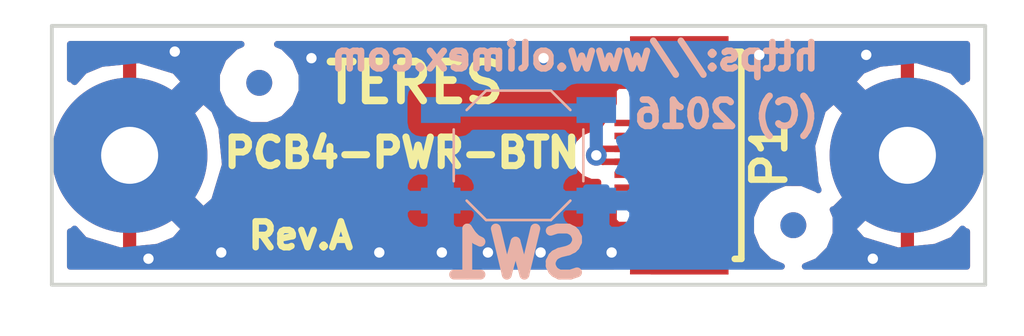
<source format=kicad_pcb>
(kicad_pcb (version 20160815) (host pcbnew 4.1.0-alpha+201608171232+7063~46~ubuntu14.04.1-product)

  (general
    (links 13)
    (no_connects 0)
    (area 89.924999 69.924999 126.075001 80.075001)
    (thickness 1.6)
    (drawings 9)
    (tracks 57)
    (zones 0)
    (modules 8)
    (nets 3)
  )

  (page A4)
  (layers
    (0 F.Cu signal)
    (31 B.Cu signal)
    (32 B.Adhes user)
    (33 F.Adhes user hide)
    (34 B.Paste user hide)
    (35 F.Paste user)
    (36 B.SilkS user hide)
    (37 F.SilkS user)
    (38 B.Mask user)
    (39 F.Mask user)
    (40 Dwgs.User user)
    (41 Cmts.User user)
    (42 Eco1.User user)
    (43 Eco2.User user)
    (44 Edge.Cuts user)
    (45 Margin user)
    (46 B.CrtYd user)
    (47 F.CrtYd user)
    (48 B.Fab user hide)
    (49 F.Fab user hide)
  )

  (setup
    (last_trace_width 0.508)
    (trace_clearance 0.2)
    (zone_clearance 0.508)
    (zone_45_only no)
    (trace_min 0.2)
    (segment_width 0.2)
    (edge_width 0.15)
    (via_size 0.8)
    (via_drill 0.4)
    (via_min_size 0.4)
    (via_min_drill 0.3)
    (uvia_size 0.3)
    (uvia_drill 0.1)
    (uvias_allowed no)
    (uvia_min_size 0)
    (uvia_min_drill 0)
    (pcb_text_width 0.3)
    (pcb_text_size 1.5 1.5)
    (mod_edge_width 0.15)
    (mod_text_size 1 1)
    (mod_text_width 0.15)
    (pad_size 6 6)
    (pad_drill 2.2)
    (pad_to_mask_clearance 0.2)
    (pad_to_paste_clearance -0.01)
    (aux_axis_origin 90 80)
    (visible_elements FFFFFF7F)
    (pcbplotparams
      (layerselection 0x0000c_7ffffffe)
      (usegerberextensions false)
      (excludeedgelayer false)
      (linewidth 0.600000)
      (plotframeref false)
      (viasonmask false)
      (mode 1)
      (useauxorigin false)
      (hpglpennumber 1)
      (hpglpenspeed 20)
      (hpglpendiameter 15)
      (psnegative false)
      (psa4output false)
      (plotreference true)
      (plotvalue false)
      (plotinvisibletext false)
      (padsonsilk false)
      (subtractmaskfromsilk false)
      (outputformat 1)
      (mirror false)
      (drillshape 0)
      (scaleselection 1)
      (outputdirectory ""))
  )

  (net 0 "")
  (net 1 GND)
  (net 2 "Net-(P1-Pad3)")

  (net_class Default "This is the default net class."
    (clearance 0.2)
    (trace_width 0.508)
    (via_dia 0.8)
    (via_drill 0.4)
    (uvia_dia 0.3)
    (uvia_drill 0.1)
    (diff_pair_gap 0.25)
    (diff_pair_width 0.2)
    (add_net GND)
    (add_net "Net-(P1-Pad3)")
  )

  (module OLIMEX_Buttons-FP:tacktil_5x5_teres (layer B.Cu) (tedit 57C541F5) (tstamp 576144DD)
    (at 108 75)
    (path /5761D58F)
    (fp_text reference SW1 (at -0.1135 3.8035) (layer B.SilkS)
      (effects (font (size 1.778 1.778) (thickness 0.381)) (justify mirror))
    )
    (fp_text value SW_PUSH (at 0 -3.5) (layer B.Fab)
      (effects (font (size 1 1) (thickness 0.15)) (justify mirror))
    )
    (fp_line (start 1.25 2.5) (end 2 1.75) (layer B.SilkS) (width 0.1))
    (fp_line (start 2.5 0) (end 2.5 -1) (layer B.SilkS) (width 0.1))
    (fp_line (start 1.25 -2.5) (end 2 -1.75) (layer B.SilkS) (width 0.1))
    (fp_line (start -1.25 -2.5) (end 1.25 -2.5) (layer B.SilkS) (width 0.1))
    (fp_line (start -1.25 -2.5) (end -2 -1.75) (layer B.SilkS) (width 0.1))
    (fp_line (start -2.5 1) (end -2.5 -1) (layer B.SilkS) (width 0.1))
    (fp_line (start -1.25 2.5) (end -2 1.75) (layer B.SilkS) (width 0.1))
    (fp_line (start 1.25 2.5) (end -1.25 2.5) (layer B.SilkS) (width 0.1))
    (fp_line (start 2.5 0) (end 2.5 1) (layer B.SilkS) (width 0.1))
    (pad 1 smd rect (at -3 1.75) (size 1.524 1) (layers B.Cu B.Paste B.Mask)
      (net 1 GND))
    (pad 2 smd rect (at -3 -1.75) (size 1.524 1) (layers B.Cu B.Paste B.Mask)
      (net 2 "Net-(P1-Pad3)"))
    (pad 2 smd rect (at 3 -1.75) (size 1.524 1) (layers B.Cu B.Paste B.Mask)
      (net 2 "Net-(P1-Pad3)"))
    (pad 1 smd rect (at 3 1.75) (size 1.524 1) (layers B.Cu B.Paste B.Mask)
      (net 1 GND))
  )

  (module OLIMEX_Other-FP:Fiducial1x3_transp (layer B.Cu) (tedit 5540CDCA) (tstamp 57B70144)
    (at 98 72.2)
    (attr virtual)
    (fp_text reference "" (at 0 -3) (layer B.SilkS)
      (effects (font (size 1 1) (thickness 0.15)) (justify mirror))
    )
    (fp_text value "" (at 0 3) (layer B.Fab)
      (effects (font (size 1 1) (thickness 0.15)) (justify mirror))
    )
    (fp_circle (center 0 0) (end 1.5 0) (layer Dwgs.User) (width 0.254))
    (pad Fid1 connect circle (at 0 0) (size 1 1) (layers B.Cu B.Mask)
      (solder_mask_margin 0.127) (clearance 1.016) (zone_connect 0))
  )

  (module OLIMEX_Other-FP:Fiducial1x3_transp (layer B.Cu) (tedit 5540CDCA) (tstamp 57B7014A)
    (at 118.6 77.7)
    (attr virtual)
    (fp_text reference "" (at 0 -3) (layer B.SilkS)
      (effects (font (size 1 1) (thickness 0.15)) (justify mirror))
    )
    (fp_text value "" (at 0 3) (layer B.Fab)
      (effects (font (size 1 1) (thickness 0.15)) (justify mirror))
    )
    (fp_circle (center 0 0) (end 1.5 0) (layer Dwgs.User) (width 0.254))
    (pad Fid1 connect circle (at 0 0) (size 1 1) (layers B.Cu B.Mask)
      (solder_mask_margin 0.127) (clearance 1.016) (zone_connect 0))
  )

  (module OLIMEX_Other-FP:Fiducial1x3_transp (layer F.Cu) (tedit 5540CDCA) (tstamp 57B70154)
    (at 118.6 77.7)
    (attr virtual)
    (fp_text reference "" (at 0 3) (layer F.SilkS)
      (effects (font (size 1 1) (thickness 0.15)))
    )
    (fp_text value "" (at 0 -3) (layer F.Fab)
      (effects (font (size 1 1) (thickness 0.15)))
    )
    (fp_circle (center 0 0) (end 1.5 0) (layer Dwgs.User) (width 0.254))
    (pad Fid1 connect circle (at 0 0) (size 1 1) (layers F.Cu F.Mask)
      (solder_mask_margin 0.127) (clearance 1.016) (zone_connect 0))
  )

  (module OLIMEX_Other-FP:Fiducial1x3_transp (layer F.Cu) (tedit 5540CDCA) (tstamp 57B7015A)
    (at 98 72.2)
    (attr virtual)
    (fp_text reference "" (at 0 3) (layer F.SilkS)
      (effects (font (size 1 1) (thickness 0.15)))
    )
    (fp_text value "" (at 0 -3) (layer F.Fab)
      (effects (font (size 1 1) (thickness 0.15)))
    )
    (fp_circle (center 0 0) (end 1.5 0) (layer Dwgs.User) (width 0.254))
    (pad Fid1 connect circle (at 0 0) (size 1 1) (layers F.Cu F.Mask)
      (solder_mask_margin 0.127) (clearance 1.016) (zone_connect 0))
  )

  (module OLIMEX_Other-FP:Mounting_hole_2.5mm (layer F.Cu) (tedit 57BADC9C) (tstamp 576145D2)
    (at 123 75)
    (attr virtual)
    (fp_text reference MountingHole (at 0.05 -3.7) (layer F.Fab) hide
      (effects (font (size 0.8 0.8) (thickness 0.2)))
    )
    (fp_text value Mounting_hole_2.5mm (at 0.45 3.45) (layer F.Fab) hide
      (effects (font (size 0.5 0.5) (thickness 0.125)))
    )
    (pad "" thru_hole circle (at 0 0) (size 6 6) (drill 2.2) (layers *.Cu *.Mask)
      (net 1 GND) (clearance 1.55))
  )

  (module OLIMEX_Other-FP:Mounting_hole_2.5mm (layer F.Cu) (tedit 57BADC91) (tstamp 57614581)
    (at 93 75)
    (attr virtual)
    (fp_text reference MountingHole (at 0.05 -3.7) (layer F.Fab) hide
      (effects (font (size 0.8 0.8) (thickness 0.2)))
    )
    (fp_text value Mounting_hole_2.5mm (at 0.45 3.45) (layer F.Fab) hide
      (effects (font (size 0.5 0.5) (thickness 0.125)))
    )
    (pad "" thru_hole circle (at 0 0) (size 6 6) (drill 2.2) (layers *.Cu *.Mask)
      (net 1 GND) (clearance 1.55))
  )

  (module OLIMEX_Connectors-FP:FLEXCON-0.5-6 (layer F.Cu) (tedit 57C53E0D) (tstamp 576144D5)
    (at 114.5 75 90)
    (path /57C54AB3)
    (fp_text reference P1 (at 0 3.175 270) (layer F.SilkS)
      (effects (font (size 1.27 1.27) (thickness 0.254)))
    )
    (fp_text value CONN_01X06 (at 0 -3.81 90) (layer F.Fab)
      (effects (font (size 1 1) (thickness 0.15)))
    )
    (fp_line (start -4.0005 2.0955) (end -4.0005 1.8415) (layer F.SilkS) (width 0.254))
    (fp_line (start 4.0005 2.0955) (end 4.0005 1.8415) (layer F.SilkS) (width 0.254))
    (fp_line (start -4.0005 2.0955) (end 4.0005 2.0955) (layer F.SilkS) (width 0.254))
    (fp_line (start -4 -2.3) (end -4 2.1) (layer F.Fab) (width 0.254))
    (fp_line (start 4 -2.3) (end -4 -2.3) (layer F.Fab) (width 0.254))
    (fp_line (start 4 2.1) (end 4 -2.3) (layer F.Fab) (width 0.254))
    (fp_line (start -4 2.1) (end 4 2.1) (layer F.Fab) (width 0.254))
    (pad 0 smd rect (at 3.4 0.1 90) (size 2.4 3) (layers F.Cu F.Paste F.Mask)
      (net 1 GND) (solder_mask_margin -0.01) (solder_paste_margin -0.01))
    (pad 1 smd rect (at -1.25 -2.15 90) (size 0.25 1.3) (layers F.Cu F.Paste F.Mask)
      (net 1 GND) (solder_mask_margin 0.0508) (solder_paste_margin -0.01))
    (pad 2 smd rect (at -0.75 -2.15 90) (size 0.25 1.3) (layers F.Cu F.Paste F.Mask)
      (net 1 GND) (solder_mask_margin 0.0508) (solder_paste_margin -0.01))
    (pad 3 smd rect (at -0.25 -2.15 90) (size 0.25 1.3) (layers F.Cu F.Paste F.Mask)
      (net 2 "Net-(P1-Pad3)") (solder_mask_margin 0.0508) (solder_paste_margin -0.01))
    (pad 4 smd rect (at 0.25 -2.15 90) (size 0.25 1.3) (layers F.Cu F.Paste F.Mask)
      (net 2 "Net-(P1-Pad3)") (solder_mask_margin 0.0508) (solder_paste_margin -0.01))
    (pad 5 smd rect (at 0.75 -2.15 90) (size 0.25 1.3) (layers F.Cu F.Paste F.Mask)
      (solder_mask_margin 0.0508) (solder_paste_margin -0.01))
    (pad 6 smd rect (at 1.25 -2.15 90) (size 0.25 1.3) (layers F.Cu F.Paste F.Mask)
      (net 1 GND) (solder_mask_margin 0.0508) (solder_paste_margin -0.01))
    (pad 0 smd rect (at -3.2 -0.3 90) (size 2.8 3.8) (layers F.Cu)
      (net 1 GND) (solder_mask_margin -0.1) (solder_paste_margin -0.1))
    (pad 0 smd rect (at 3.2 -0.3 90) (size 2.8 3.8) (layers F.Cu)
      (net 1 GND) (solder_mask_margin -0.1) (solder_paste_margin -0.1))
    (pad 0 smd rect (at -3.4 0.1 90) (size 2.4 3) (layers F.Cu F.Paste F.Mask)
      (net 1 GND) (solder_mask_margin -0.01) (solder_paste_margin -0.01))
  )

  (gr_text "(C) 2016" (at 116.0145 73.406) (layer B.SilkS)
    (effects (font (size 1.016 1.016) (thickness 0.254)) (justify mirror))
  )
  (gr_text https://www.olimex.com (at 110.1725 71.1835) (layer B.SilkS)
    (effects (font (size 1.016 1.016) (thickness 0.254)) (justify mirror))
  )
  (gr_text Rev.A (at 99.6 78.1) (layer F.SilkS)
    (effects (font (size 1 1) (thickness 0.25)))
  )
  (gr_text TERES (at 104 72.2) (layer F.SilkS)
    (effects (font (size 1.5 1.5) (thickness 0.3)))
  )
  (gr_text PCB4-PWR-BTN (at 103.5 74.9) (layer F.SilkS)
    (effects (font (size 1.1 1.1) (thickness 0.275)))
  )
  (gr_line (start 90 70) (end 90 80) (layer Edge.Cuts) (width 0.15))
  (gr_line (start 126 70) (end 90 70) (layer Edge.Cuts) (width 0.15))
  (gr_line (start 126 80) (end 126 70) (layer Edge.Cuts) (width 0.15))
  (gr_line (start 90 80) (end 126 80) (layer Edge.Cuts) (width 0.15))

  (via (at 117.288 71.12) (size 0.8) (drill 0.4) (layers F.Cu B.Cu) (net 1))
  (segment (start 114.88 71.12) (end 117.288 71.12) (width 0.508) (layer F.Cu) (net 1))
  (segment (start 114.2 71.8) (end 114.88 71.12) (width 0.508) (layer F.Cu) (net 1))
  (via (at 100.0125 71.247) (size 0.8) (drill 0.4) (layers F.Cu B.Cu) (net 1))
  (segment (start 108.400315 71.247) (end 100.0125 71.247) (width 0.508) (layer F.Cu) (net 1))
  (segment (start 108.966 71.247) (end 108.400315 71.247) (width 0.508) (layer F.Cu) (net 1))
  (via (at 108.966 71.247) (size 0.8) (drill 0.4) (layers F.Cu B.Cu) (net 1))
  (segment (start 113.647 71.247) (end 108.966 71.247) (width 0.508) (layer F.Cu) (net 1))
  (segment (start 114.2 71.8) (end 113.647 71.247) (width 0.508) (layer F.Cu) (net 1))
  (segment (start 93 75) (end 93 78.994) (width 0.508) (layer F.Cu) (net 1))
  (segment (start 93 78.994) (end 93.726 78.994) (width 0.508) (layer F.Cu) (net 1))
  (via (at 93.726 78.994) (size 0.8) (drill 0.4) (layers F.Cu B.Cu) (net 1))
  (segment (start 93 75) (end 93 70.993) (width 0.508) (layer F.Cu) (net 1))
  (segment (start 93 70.993) (end 94.742 70.993) (width 0.508) (layer F.Cu) (net 1))
  (via (at 94.742 70.993) (size 0.8) (drill 0.4) (layers F.Cu B.Cu) (net 1))
  (segment (start 123 75) (end 123 71.12) (width 0.508) (layer F.Cu) (net 1))
  (segment (start 123 71.12) (end 121.412 71.12) (width 0.508) (layer F.Cu) (net 1))
  (segment (start 123 75) (end 123 78.93) (width 0.508) (layer F.Cu) (net 1))
  (segment (start 123 78.93) (end 122.936 78.994) (width 0.508) (layer F.Cu) (net 1))
  (segment (start 122.936 78.994) (end 121.666 78.994) (width 0.508) (layer F.Cu) (net 1))
  (via (at 121.412 71.12) (size 0.8) (drill 0.4) (layers F.Cu B.Cu) (net 1))
  (via (at 121.666 78.994) (size 0.8) (drill 0.4) (layers F.Cu B.Cu) (net 1))
  (segment (start 96.533518 78.753518) (end 93 75.22) (width 0.508) (layer F.Cu) (net 1))
  (segment (start 93 75.22) (end 93 75) (width 0.508) (layer F.Cu) (net 1))
  (via (at 96.533518 78.753518) (size 0.8) (drill 0.4) (layers F.Cu B.Cu) (net 1))
  (segment (start 102.629518 78.753518) (end 96.533518 78.753518) (width 0.508) (layer F.Cu) (net 1))
  (via (at 102.629518 78.753518) (size 0.8) (drill 0.4) (layers F.Cu B.Cu) (net 1))
  (segment (start 105.042518 78.753518) (end 102.629518 78.753518) (width 0.508) (layer F.Cu) (net 1))
  (via (at 105.042518 78.753518) (size 0.8) (drill 0.4) (layers F.Cu B.Cu) (net 1))
  (segment (start 106.820518 78.753518) (end 105.042518 78.753518) (width 0.508) (layer F.Cu) (net 1))
  (via (at 106.820518 78.753518) (size 0.8) (drill 0.4) (layers F.Cu B.Cu) (net 1))
  (segment (start 108.852518 78.753518) (end 106.820518 78.753518) (width 0.508) (layer F.Cu) (net 1))
  (via (at 108.852518 78.753518) (size 0.8) (drill 0.4) (layers F.Cu B.Cu) (net 1))
  (segment (start 111.591085 78.753518) (end 108.852518 78.753518) (width 0.508) (layer F.Cu) (net 1))
  (segment (start 114 76) (end 114.577539 76.577539) (width 0.25) (layer F.Cu) (net 1))
  (segment (start 114.577539 76.577539) (end 114.577539 77.961194) (width 0.25) (layer F.Cu) (net 1))
  (segment (start 114.577539 77.961194) (end 112.383409 77.961194) (width 0.25) (layer F.Cu) (net 1))
  (segment (start 112.383409 77.961194) (end 111.591085 78.753518) (width 0.25) (layer F.Cu) (net 1))
  (segment (start 111 78.162433) (end 111.191086 78.353519) (width 0.508) (layer B.Cu) (net 1))
  (segment (start 111 76.75) (end 111 78.162433) (width 0.508) (layer B.Cu) (net 1))
  (segment (start 111.191086 78.353519) (end 111.591085 78.753518) (width 0.508) (layer B.Cu) (net 1))
  (via (at 111.591085 78.753518) (size 0.8) (drill 0.4) (layers F.Cu B.Cu) (net 1))
  (segment (start 111 76.75) (end 105 76.75) (width 0.508) (layer B.Cu) (net 1))
  (segment (start 112.35 76.25) (end 113.75 76.25) (width 0.25) (layer F.Cu) (net 1))
  (segment (start 113.75 76.25) (end 114 76) (width 0.25) (layer F.Cu) (net 1))
  (segment (start 114 76) (end 113.75 75.75) (width 0.25) (layer F.Cu) (net 1))
  (segment (start 113.75 75.75) (end 112.35 75.75) (width 0.25) (layer F.Cu) (net 1))
  (segment (start 114 74) (end 114 76) (width 0.25) (layer F.Cu) (net 1))
  (segment (start 113.75 73.75) (end 114 74) (width 0.25) (layer F.Cu) (net 1))
  (segment (start 112.35 73.75) (end 113.75 73.75) (width 0.25) (layer F.Cu) (net 1))
  (segment (start 111 73.25) (end 111 75) (width 0.508) (layer B.Cu) (net 2))
  (segment (start 105 73.25) (end 111 73.25) (width 0.508) (layer B.Cu) (net 2))
  (via (at 111 75) (size 0.8) (drill 0.4) (layers F.Cu B.Cu) (net 2))
  (segment (start 111 75) (end 111.25 75.25) (width 0.25) (layer F.Cu) (net 2))
  (segment (start 111.25 75.25) (end 112.35 75.25) (width 0.25) (layer F.Cu) (net 2))
  (segment (start 111.25 74.75) (end 111 75) (width 0.25) (layer F.Cu) (net 2))
  (segment (start 112.35 74.75) (end 111.25 74.75) (width 0.25) (layer F.Cu) (net 2))

  (zone (net 1) (net_name GND) (layer B.Cu) (tstamp 0) (hatch edge 0.508)
    (connect_pads (clearance 0.508))
    (min_thickness 0.254)
    (fill yes (arc_segments 16) (thermal_gap 0.508) (thermal_bridge_width 1.27))
    (polygon
      (pts
        (xy 88 69) (xy 127.5 69) (xy 127.5 82) (xy 88 82)
      )
    )
    (filled_polygon
      (pts
        (xy 97.070531 70.80632) (xy 96.607945 71.2681) (xy 96.357286 71.871753) (xy 96.356716 72.525379) (xy 96.60632 73.129469)
        (xy 97.0681 73.592055) (xy 97.671753 73.842714) (xy 98.325379 73.843284) (xy 98.929469 73.59368) (xy 99.392055 73.1319)
        (xy 99.550633 72.75) (xy 103.59056 72.75) (xy 103.59056 73.75) (xy 103.639843 73.997765) (xy 103.780191 74.207809)
        (xy 103.990235 74.348157) (xy 104.238 74.39744) (xy 105.762 74.39744) (xy 106.009765 74.348157) (xy 106.219809 74.207809)
        (xy 106.265786 74.139) (xy 109.734214 74.139) (xy 109.780191 74.207809) (xy 109.990235 74.348157) (xy 110.111 74.372178)
        (xy 110.111 74.442048) (xy 109.96518 74.793223) (xy 109.964821 75.204971) (xy 110.122058 75.585515) (xy 110.151492 75.615)
        (xy 110.111691 75.615) (xy 109.878302 75.711673) (xy 109.699673 75.890301) (xy 109.603 76.12369) (xy 109.603 76.34125)
        (xy 109.76175 76.5) (xy 110.619 76.5) (xy 110.619 76.25) (xy 111.381 76.25) (xy 111.381 76.5)
        (xy 112.23825 76.5) (xy 112.397 76.34125) (xy 112.397 76.12369) (xy 112.300327 75.890301) (xy 112.121698 75.711673)
        (xy 111.888309 75.615) (xy 111.848916 75.615) (xy 111.876919 75.587046) (xy 112.03482 75.206777) (xy 112.035179 74.795029)
        (xy 111.889 74.441248) (xy 111.889 74.372178) (xy 112.009765 74.348157) (xy 112.219809 74.207809) (xy 112.360157 73.997765)
        (xy 112.40944 73.75) (xy 112.40944 72.75) (xy 112.360157 72.502235) (xy 112.219809 72.292191) (xy 112.009765 72.151843)
        (xy 111.762 72.10256) (xy 110.238 72.10256) (xy 109.990235 72.151843) (xy 109.780191 72.292191) (xy 109.734214 72.361)
        (xy 106.265786 72.361) (xy 106.219809 72.292191) (xy 106.009765 72.151843) (xy 105.762 72.10256) (xy 104.238 72.10256)
        (xy 103.990235 72.151843) (xy 103.780191 72.292191) (xy 103.639843 72.502235) (xy 103.59056 72.75) (xy 99.550633 72.75)
        (xy 99.642714 72.528247) (xy 99.643284 71.874621) (xy 99.39368 71.270531) (xy 98.9319 70.807945) (xy 98.696023 70.71)
        (xy 125.29 70.71) (xy 125.29 72.052141) (xy 125.259718 72.021859) (xy 125.123372 72.158205) (xy 124.746916 71.731315)
        (xy 123.363069 71.311613) (xy 121.923948 71.453434) (xy 121.253084 71.731315) (xy 120.876627 72.158206) (xy 123 74.28158)
        (xy 123.014142 74.267437) (xy 123.732563 74.985858) (xy 123.71842 75) (xy 123.732563 75.014142) (xy 123.014142 75.732563)
        (xy 123 75.71842) (xy 120.876627 77.841794) (xy 121.253084 78.268685) (xy 122.636931 78.688387) (xy 124.076052 78.546566)
        (xy 124.746916 78.268685) (xy 125.123372 77.841795) (xy 125.259718 77.978141) (xy 125.29 77.947859) (xy 125.29 79.29)
        (xy 119.054337 79.29) (xy 119.529469 79.09368) (xy 119.992055 78.6319) (xy 120.242714 78.028247) (xy 120.243284 77.374621)
        (xy 120.128731 77.09738) (xy 120.158206 77.123373) (xy 122.28158 75) (xy 120.158206 72.876627) (xy 119.731315 73.253084)
        (xy 119.311613 74.636931) (xy 119.453434 76.076052) (xy 119.56196 76.338058) (xy 119.5319 76.307945) (xy 118.928247 76.057286)
        (xy 118.274621 76.056716) (xy 117.670531 76.30632) (xy 117.207945 76.7681) (xy 116.957286 77.371753) (xy 116.956716 78.025379)
        (xy 117.20632 78.629469) (xy 117.6681 79.092055) (xy 118.144804 79.29) (xy 90.71 79.29) (xy 90.71 77.947859)
        (xy 90.740282 77.978141) (xy 90.876628 77.841795) (xy 91.253084 78.268685) (xy 92.636931 78.688387) (xy 94.076052 78.546566)
        (xy 94.746916 78.268685) (xy 95.123373 77.841794) (xy 94.44033 77.15875) (xy 103.603 77.15875) (xy 103.603 77.37631)
        (xy 103.699673 77.609699) (xy 103.878302 77.788327) (xy 104.111691 77.885) (xy 104.46025 77.885) (xy 104.619 77.72625)
        (xy 104.619 77) (xy 105.381 77) (xy 105.381 77.72625) (xy 105.53975 77.885) (xy 105.888309 77.885)
        (xy 106.121698 77.788327) (xy 106.300327 77.609699) (xy 106.397 77.37631) (xy 106.397 77.15875) (xy 109.603 77.15875)
        (xy 109.603 77.37631) (xy 109.699673 77.609699) (xy 109.878302 77.788327) (xy 110.111691 77.885) (xy 110.46025 77.885)
        (xy 110.619 77.72625) (xy 110.619 77) (xy 111.381 77) (xy 111.381 77.72625) (xy 111.53975 77.885)
        (xy 111.888309 77.885) (xy 112.121698 77.788327) (xy 112.300327 77.609699) (xy 112.397 77.37631) (xy 112.397 77.15875)
        (xy 112.23825 77) (xy 111.381 77) (xy 110.619 77) (xy 109.76175 77) (xy 109.603 77.15875)
        (xy 106.397 77.15875) (xy 106.23825 77) (xy 105.381 77) (xy 104.619 77) (xy 103.76175 77)
        (xy 103.603 77.15875) (xy 94.44033 77.15875) (xy 93 75.71842) (xy 92.985858 75.732563) (xy 92.267437 75.014142)
        (xy 92.28158 75) (xy 93.71842 75) (xy 95.841794 77.123373) (xy 96.268685 76.746916) (xy 96.4577 76.12369)
        (xy 103.603 76.12369) (xy 103.603 76.34125) (xy 103.76175 76.5) (xy 104.619 76.5) (xy 104.619 75.77375)
        (xy 105.381 75.77375) (xy 105.381 76.5) (xy 106.23825 76.5) (xy 106.397 76.34125) (xy 106.397 76.12369)
        (xy 106.300327 75.890301) (xy 106.121698 75.711673) (xy 105.888309 75.615) (xy 105.53975 75.615) (xy 105.381 75.77375)
        (xy 104.619 75.77375) (xy 104.46025 75.615) (xy 104.111691 75.615) (xy 103.878302 75.711673) (xy 103.699673 75.890301)
        (xy 103.603 76.12369) (xy 96.4577 76.12369) (xy 96.688387 75.363069) (xy 96.546566 73.923948) (xy 96.268685 73.253084)
        (xy 95.841794 72.876627) (xy 93.71842 75) (xy 92.28158 75) (xy 92.267437 74.985858) (xy 92.985858 74.267437)
        (xy 93 74.28158) (xy 95.123373 72.158206) (xy 94.746916 71.731315) (xy 93.363069 71.311613) (xy 91.923948 71.453434)
        (xy 91.253084 71.731315) (xy 90.876628 72.158205) (xy 90.740282 72.021859) (xy 90.71 72.052141) (xy 90.71 70.71)
        (xy 97.303644 70.71)
      )
    )
  )
  (zone (net 1) (net_name GND) (layer F.Cu) (tstamp 57614714) (hatch edge 0.508)
    (connect_pads (clearance 0.508))
    (min_thickness 0.254)
    (fill yes (arc_segments 16) (thermal_gap 0.508) (thermal_bridge_width 1.27))
    (polygon
      (pts
        (xy 88 69) (xy 127.5 69) (xy 127.5 82) (xy 88 82)
      )
    )
    (filled_polygon
      (pts
        (xy 97.070531 70.80632) (xy 96.607945 71.2681) (xy 96.357286 71.871753) (xy 96.356716 72.525379) (xy 96.60632 73.129469)
        (xy 97.0681 73.592055) (xy 97.671753 73.842714) (xy 98.325379 73.843284) (xy 98.929469 73.59368) (xy 99.392055 73.1319)
        (xy 99.642714 72.528247) (xy 99.643284 71.874621) (xy 99.39368 71.270531) (xy 98.9319 70.807945) (xy 98.696023 70.71)
        (xy 111.665 70.71) (xy 111.665 71.13325) (xy 111.82375 71.292) (xy 113.692 71.292) (xy 113.692 71.272)
        (xy 114.708 71.272) (xy 114.708 71.292) (xy 116.57625 71.292) (xy 116.735 71.13325) (xy 116.735 70.71)
        (xy 125.29 70.71) (xy 125.29 72.052141) (xy 125.259718 72.021859) (xy 125.123372 72.158205) (xy 124.746916 71.731315)
        (xy 123.363069 71.311613) (xy 121.923948 71.453434) (xy 121.253084 71.731315) (xy 120.876627 72.158206) (xy 123 74.28158)
        (xy 123.014142 74.267437) (xy 123.732563 74.985858) (xy 123.71842 75) (xy 123.732563 75.014142) (xy 123.014142 75.732563)
        (xy 123 75.71842) (xy 120.876627 77.841794) (xy 121.253084 78.268685) (xy 122.636931 78.688387) (xy 124.076052 78.546566)
        (xy 124.746916 78.268685) (xy 125.123372 77.841795) (xy 125.259718 77.978141) (xy 125.29 77.947859) (xy 125.29 79.29)
        (xy 119.054337 79.29) (xy 119.529469 79.09368) (xy 119.992055 78.6319) (xy 120.242714 78.028247) (xy 120.243284 77.374621)
        (xy 120.128731 77.09738) (xy 120.158206 77.123373) (xy 122.28158 75) (xy 120.158206 72.876627) (xy 119.731315 73.253084)
        (xy 119.311613 74.636931) (xy 119.453434 76.076052) (xy 119.56196 76.338058) (xy 119.5319 76.307945) (xy 118.928247 76.057286)
        (xy 118.274621 76.056716) (xy 117.670531 76.30632) (xy 117.207945 76.7681) (xy 116.957286 77.371753) (xy 116.956716 78.025379)
        (xy 117.20632 78.629469) (xy 117.6681 79.092055) (xy 118.144804 79.29) (xy 116.735 79.29) (xy 116.735 78.86675)
        (xy 116.57625 78.708) (xy 114.708 78.708) (xy 114.708 78.728) (xy 113.692 78.728) (xy 113.692 78.708)
        (xy 111.82375 78.708) (xy 111.665 78.86675) (xy 111.665 79.29) (xy 90.71 79.29) (xy 90.71 77.947859)
        (xy 90.740282 77.978141) (xy 90.876628 77.841795) (xy 91.253084 78.268685) (xy 92.636931 78.688387) (xy 94.076052 78.546566)
        (xy 94.746916 78.268685) (xy 95.123373 77.841794) (xy 93 75.71842) (xy 92.985858 75.732563) (xy 92.267437 75.014142)
        (xy 92.28158 75) (xy 93.71842 75) (xy 95.841794 77.123373) (xy 96.268685 76.746916) (xy 96.688387 75.363069)
        (xy 96.672807 75.204971) (xy 109.964821 75.204971) (xy 110.122058 75.585515) (xy 110.412954 75.876919) (xy 110.793223 76.03482)
        (xy 111.065 76.035057) (xy 111.065 76.258002) (xy 111.184977 76.258002) (xy 111.239475 76.3125) (xy 111.22375 76.3125)
        (xy 111.065 76.47125) (xy 111.065 76.501309) (xy 111.161673 76.734698) (xy 111.340301 76.913327) (xy 111.57369 77.01)
        (xy 111.665 77.01) (xy 111.665 77.53325) (xy 111.82375 77.692) (xy 112.465 77.692) (xy 112.465 77.73325)
        (xy 112.62375 77.892) (xy 114.092 77.892) (xy 114.092 76.72375) (xy 113.93325 76.565) (xy 113.692 76.565)
        (xy 113.692 76.32375) (xy 114.708 76.32375) (xy 114.708 77.692) (xy 115.108 77.692) (xy 115.108 77.892)
        (xy 116.57625 77.892) (xy 116.735 77.73325) (xy 116.735 76.673691) (xy 116.638327 76.440302) (xy 116.459699 76.261673)
        (xy 116.22631 76.165) (xy 114.86675 76.165) (xy 114.708 76.32375) (xy 113.692 76.32375) (xy 113.557254 76.189004)
        (xy 113.615596 76.048154) (xy 113.635 76.02875) (xy 113.635 75.97125) (xy 113.615596 75.951846) (xy 113.538327 75.765302)
        (xy 113.5171 75.744075) (xy 113.598157 75.622765) (xy 113.612353 75.551397) (xy 113.635 75.52875) (xy 113.635 75.498691)
        (xy 113.626783 75.478853) (xy 113.64744 75.375) (xy 113.64744 75.125) (xy 113.622576 75) (xy 113.64744 74.875)
        (xy 113.64744 74.625) (xy 113.622576 74.5) (xy 113.64744 74.375) (xy 113.64744 74.125) (xy 113.626783 74.021147)
        (xy 113.635 74.001309) (xy 113.635 73.97125) (xy 113.612353 73.948603) (xy 113.598157 73.877235) (xy 113.555242 73.813008)
        (xy 113.692 73.67625) (xy 113.692 73.435) (xy 113.93325 73.435) (xy 114.092 73.27625) (xy 114.092 72.308)
        (xy 114.708 72.308) (xy 114.708 73.67625) (xy 114.86675 73.835) (xy 116.22631 73.835) (xy 116.459699 73.738327)
        (xy 116.638327 73.559698) (xy 116.735 73.326309) (xy 116.735 72.26675) (xy 116.57625 72.108) (xy 115.108 72.108)
        (xy 115.108 72.308) (xy 114.708 72.308) (xy 114.092 72.308) (xy 114.092 72.108) (xy 112.62375 72.108)
        (xy 112.465 72.26675) (xy 112.465 72.308) (xy 111.82375 72.308) (xy 111.665 72.46675) (xy 111.665 72.99)
        (xy 111.57369 72.99) (xy 111.340301 73.086673) (xy 111.161673 73.265302) (xy 111.065 73.498691) (xy 111.065 73.52875)
        (xy 111.22375 73.6875) (xy 111.228621 73.6875) (xy 111.101843 73.877235) (xy 111.087647 73.948603) (xy 111.071188 73.965062)
        (xy 110.795029 73.964821) (xy 110.414485 74.122058) (xy 110.123081 74.412954) (xy 109.96518 74.793223) (xy 109.964821 75.204971)
        (xy 96.672807 75.204971) (xy 96.546566 73.923948) (xy 96.268685 73.253084) (xy 95.841794 72.876627) (xy 93.71842 75)
        (xy 92.28158 75) (xy 92.267437 74.985858) (xy 92.985858 74.267437) (xy 93 74.28158) (xy 95.123373 72.158206)
        (xy 94.746916 71.731315) (xy 93.363069 71.311613) (xy 91.923948 71.453434) (xy 91.253084 71.731315) (xy 90.876628 72.158205)
        (xy 90.740282 72.021859) (xy 90.71 72.052141) (xy 90.71 70.71) (xy 97.303644 70.71)
      )
    )
  )
)

</source>
